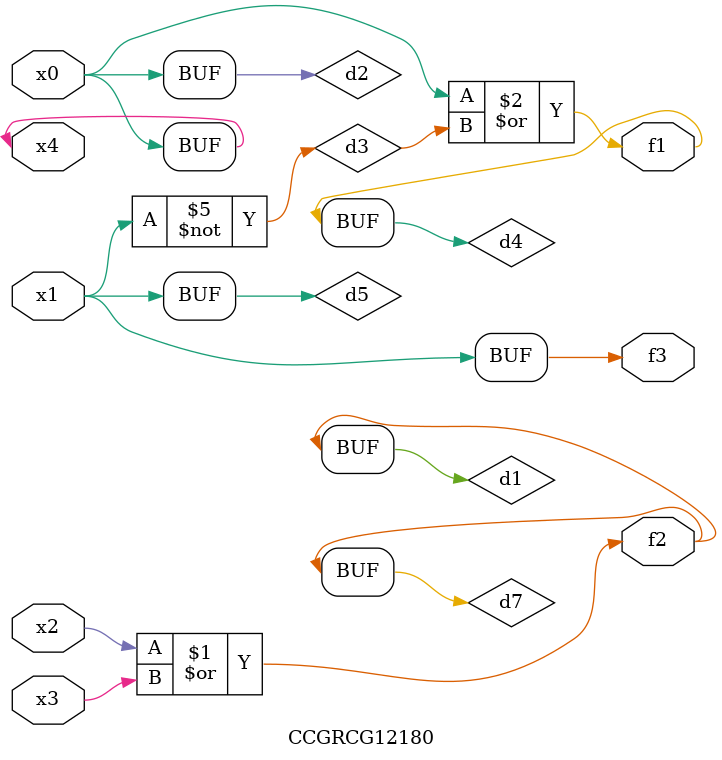
<source format=v>
module CCGRCG12180(
	input x0, x1, x2, x3, x4,
	output f1, f2, f3
);

	wire d1, d2, d3, d4, d5, d6, d7;

	or (d1, x2, x3);
	buf (d2, x0, x4);
	not (d3, x1);
	or (d4, d2, d3);
	not (d5, d3);
	nand (d6, d1, d3);
	or (d7, d1);
	assign f1 = d4;
	assign f2 = d7;
	assign f3 = d5;
endmodule

</source>
